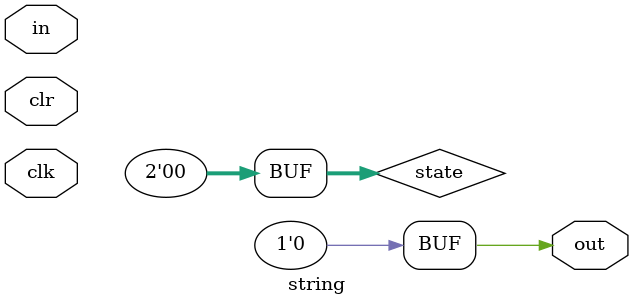
<source format=v>
`timescale 1ns / 1ps
module string(
    input clk,
    input clr,
    input [7:0] in,
    output reg out
    );
	reg [1:0] state=0;
	always @(posedge clk)begin
		if(in<=57 &&in>=48&& state==0) state=1;
		else if((in==42||in==43)&&state==0) state=2;
		else if(in<=57 &&in>=48&& state==1) state=2;
		else if((in==42||in==43)&&state==1) state=0;
		if(state==1) out=1;
		else out=0;
	end
	always@(clr)begin
		state=0;
		out=0;
	end
endmodule

</source>
